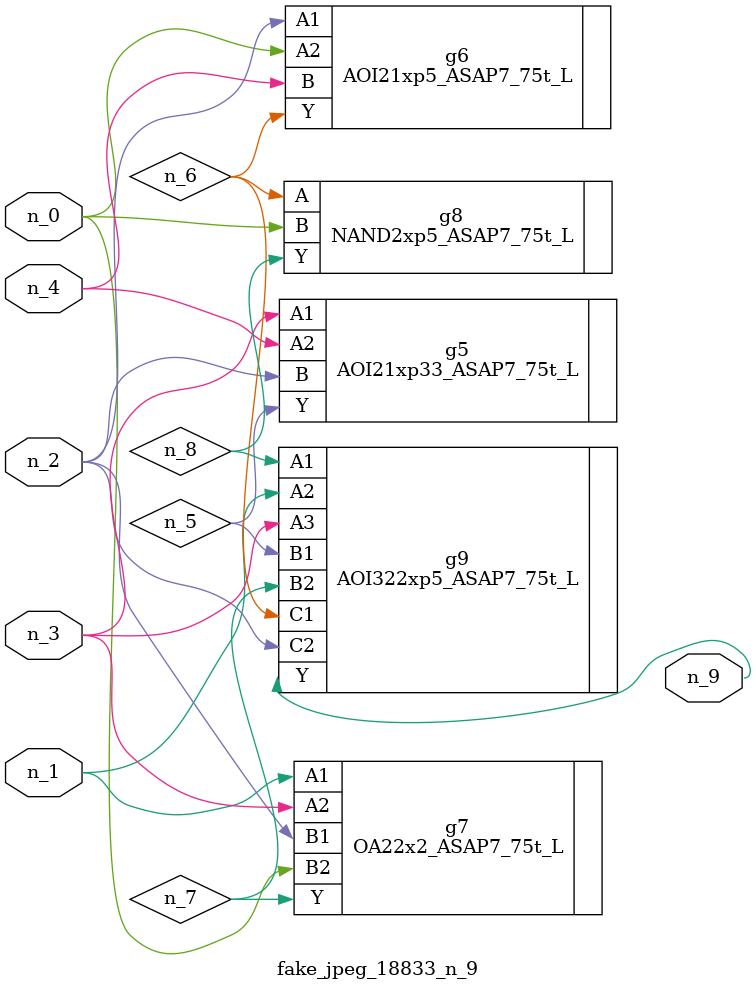
<source format=v>
module fake_jpeg_18833_n_9 (n_3, n_2, n_1, n_0, n_4, n_9);

input n_3;
input n_2;
input n_1;
input n_0;
input n_4;

output n_9;

wire n_8;
wire n_6;
wire n_5;
wire n_7;

AOI21xp33_ASAP7_75t_L g5 ( 
.A1(n_3),
.A2(n_4),
.B(n_2),
.Y(n_5)
);

AOI21xp5_ASAP7_75t_L g6 ( 
.A1(n_2),
.A2(n_0),
.B(n_4),
.Y(n_6)
);

OA22x2_ASAP7_75t_L g7 ( 
.A1(n_1),
.A2(n_3),
.B1(n_2),
.B2(n_0),
.Y(n_7)
);

NAND2xp5_ASAP7_75t_L g8 ( 
.A(n_6),
.B(n_0),
.Y(n_8)
);

AOI322xp5_ASAP7_75t_L g9 ( 
.A1(n_8),
.A2(n_1),
.A3(n_3),
.B1(n_5),
.B2(n_7),
.C1(n_6),
.C2(n_2),
.Y(n_9)
);


endmodule
</source>
